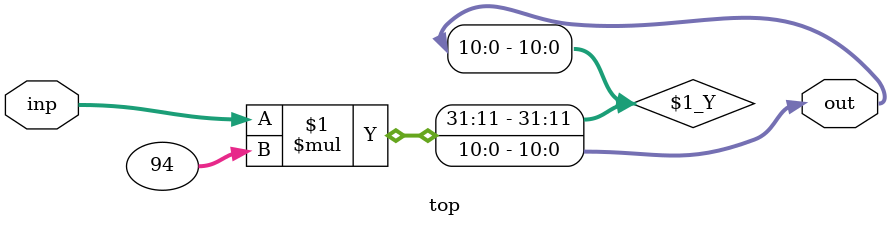
<source format=v>
module top(inp, out);
parameter width=3;
parameter outwidth=width+8;
parameter constant=94;

input signed [width-1:0] inp;
output signed [outwidth-1:0] out;

assign out = inp * constant;

endmodule
</source>
